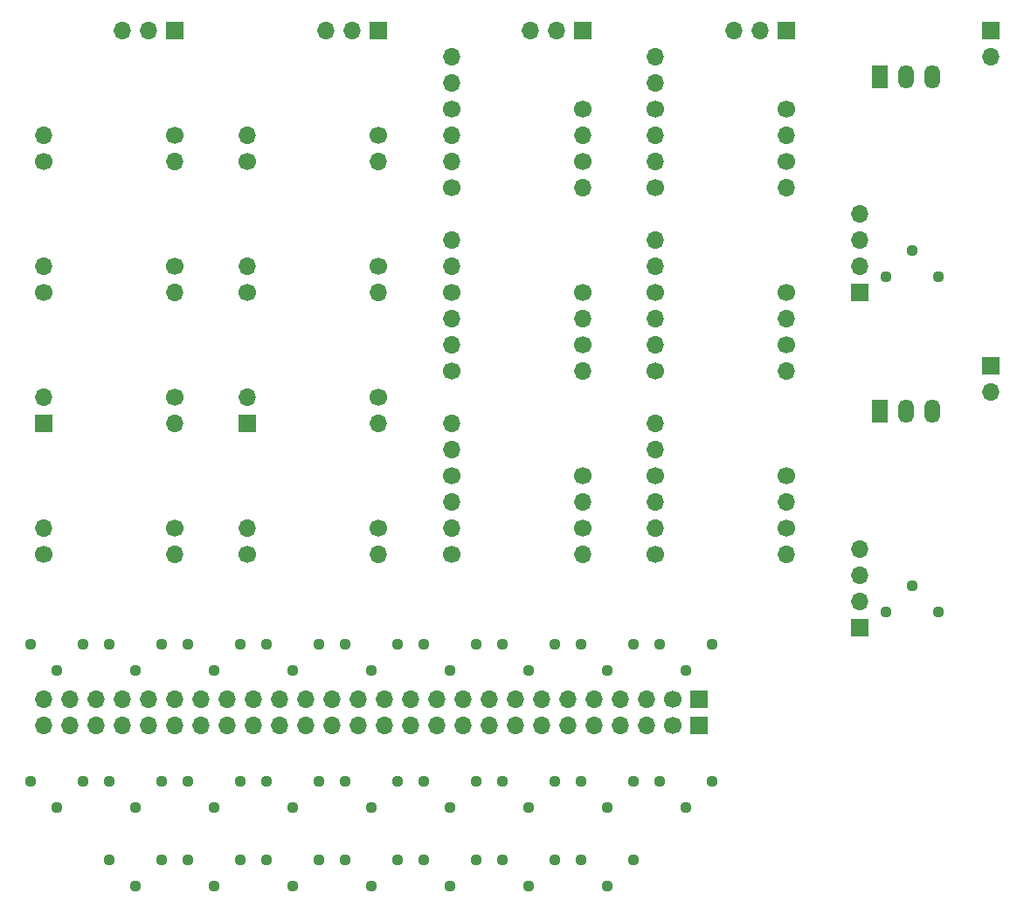
<source format=gbs>
G04 #@! TF.GenerationSoftware,KiCad,Pcbnew,(5.1.8)-1*
G04 #@! TF.CreationDate,2021-05-15T20:45:05+09:00*
G04 #@! TF.ProjectId,test,74657374-2e6b-4696-9361-645f70636258,rev?*
G04 #@! TF.SameCoordinates,PX4c80f60PY7d04650*
G04 #@! TF.FileFunction,Soldermask,Bot*
G04 #@! TF.FilePolarity,Negative*
%FSLAX46Y46*%
G04 Gerber Fmt 4.6, Leading zero omitted, Abs format (unit mm)*
G04 Created by KiCad (PCBNEW (5.1.8)-1) date 2021-05-15 20:45:05*
%MOMM*%
%LPD*%
G01*
G04 APERTURE LIST*
%ADD10C,1.120000*%
%ADD11R,1.700000X1.700000*%
%ADD12C,1.700000*%
%ADD13O,1.700000X1.700000*%
%ADD14O,1.500000X2.300000*%
%ADD15R,1.500000X2.300000*%
G04 APERTURE END LIST*
D10*
X52070000Y25045000D03*
X49530000Y22505000D03*
X46990000Y25045000D03*
X62230000Y11710000D03*
X64770000Y9170000D03*
X67310000Y11710000D03*
X36830000Y25045000D03*
X34290000Y22505000D03*
X31750000Y25045000D03*
X21590000Y25045000D03*
X19050000Y22505000D03*
X16510000Y25045000D03*
D11*
X66040000Y17145000D03*
X66040000Y19685000D03*
D12*
X63500000Y19685000D03*
D13*
X60960000Y19685000D03*
X58420000Y19685000D03*
X55880000Y19685000D03*
X53340000Y19685000D03*
X50800000Y19685000D03*
X48260000Y19685000D03*
X45720000Y19685000D03*
X43180000Y19685000D03*
X40640000Y19685000D03*
X38100000Y19685000D03*
X35560000Y19685000D03*
X33020000Y19685000D03*
X30480000Y19685000D03*
X27940000Y19685000D03*
X25400000Y19685000D03*
X22860000Y19685000D03*
X20320000Y19685000D03*
X17780000Y19685000D03*
X15240000Y19685000D03*
X12700000Y19685000D03*
X10160000Y19685000D03*
X7620000Y19685000D03*
X5080000Y19685000D03*
X2540000Y19685000D03*
D10*
X1270000Y25045000D03*
X3810000Y22505000D03*
X6350000Y25045000D03*
D13*
X2540000Y17145000D03*
X5080000Y17145000D03*
X7620000Y17145000D03*
X10160000Y17145000D03*
X12700000Y17145000D03*
X15240000Y17145000D03*
X17780000Y17145000D03*
X20320000Y17145000D03*
X22860000Y17145000D03*
X25400000Y17145000D03*
X27940000Y17145000D03*
X30480000Y17145000D03*
X33020000Y17145000D03*
X35560000Y17145000D03*
X38100000Y17145000D03*
X40640000Y17145000D03*
X43180000Y17145000D03*
X45720000Y17145000D03*
X48260000Y17145000D03*
X50800000Y17145000D03*
X53340000Y17145000D03*
X55880000Y17145000D03*
X58420000Y17145000D03*
X60960000Y17145000D03*
D12*
X63500000Y17145000D03*
D10*
X54610000Y25045000D03*
X57150000Y22505000D03*
X59690000Y25045000D03*
X39370000Y25045000D03*
X41910000Y22505000D03*
X44450000Y25045000D03*
X24130000Y25045000D03*
X26670000Y22505000D03*
X29210000Y25045000D03*
X8890000Y25045000D03*
X11430000Y22505000D03*
X13970000Y25045000D03*
X31750000Y4090000D03*
X34290000Y1550000D03*
X36830000Y4090000D03*
X29210000Y4090000D03*
X26670000Y1550000D03*
X24130000Y4090000D03*
X16510000Y11710000D03*
X19050000Y9170000D03*
X21590000Y11710000D03*
X1270000Y11710000D03*
X3810000Y9170000D03*
X6350000Y11710000D03*
X59690000Y4090000D03*
X57150000Y1550000D03*
X54610000Y4090000D03*
X13970000Y4090000D03*
X11430000Y1550000D03*
X8890000Y4090000D03*
X44450000Y11710000D03*
X41910000Y9170000D03*
X39370000Y11710000D03*
X46990000Y11710000D03*
X49530000Y9170000D03*
X52070000Y11710000D03*
X13970000Y11710000D03*
X11430000Y9170000D03*
X8890000Y11710000D03*
X46990000Y4090000D03*
X49530000Y1550000D03*
X52070000Y4090000D03*
X44450000Y4090000D03*
X41910000Y1550000D03*
X39370000Y4090000D03*
X29210000Y11710000D03*
X26670000Y9170000D03*
X24130000Y11710000D03*
X31750000Y11710000D03*
X34290000Y9170000D03*
X36830000Y11710000D03*
X59690000Y11710000D03*
X57150000Y9170000D03*
X54610000Y11710000D03*
X16510000Y4090000D03*
X19050000Y1550000D03*
X21590000Y4090000D03*
X67310000Y25045000D03*
X64770000Y22505000D03*
X62230000Y25045000D03*
D13*
X81660000Y34290000D03*
X81660000Y31750000D03*
X81660000Y29210000D03*
D11*
X81660000Y26670000D03*
D10*
X89280000Y28168000D03*
X86740000Y30708000D03*
X84200000Y28168000D03*
D14*
X88645000Y47625000D03*
X86105000Y47625000D03*
D15*
X83565000Y47625000D03*
D13*
X94360000Y49530000D03*
D11*
X94360000Y52070000D03*
D13*
X81660000Y66770000D03*
X81660000Y64230000D03*
X81660000Y61690000D03*
D11*
X81660000Y59150000D03*
D10*
X89280000Y60648000D03*
X86740000Y63188000D03*
X84200000Y60648000D03*
D14*
X88645000Y80105000D03*
X86105000Y80105000D03*
D15*
X83565000Y80105000D03*
D13*
X94360000Y82010000D03*
D11*
X94360000Y84550000D03*
D13*
X74580000Y33750000D03*
D12*
X74580000Y36290000D03*
D13*
X74580000Y51530000D03*
D12*
X74580000Y54070000D03*
D13*
X61880000Y74390000D03*
X61880000Y71850000D03*
D12*
X61880000Y69310000D03*
D13*
X61880000Y82010000D03*
X61880000Y79470000D03*
D12*
X61880000Y76930000D03*
D13*
X74580000Y74390000D03*
D12*
X74580000Y76930000D03*
D13*
X69500000Y84550000D03*
X72040000Y84550000D03*
D11*
X74580000Y84550000D03*
D12*
X74580000Y41370000D03*
D13*
X74580000Y38830000D03*
X61880000Y46450000D03*
X61880000Y43910000D03*
D12*
X61880000Y41370000D03*
X61880000Y51530000D03*
D13*
X61880000Y54070000D03*
X61880000Y56610000D03*
X74580000Y56610000D03*
D12*
X74580000Y59150000D03*
X61880000Y33750000D03*
D13*
X61880000Y36290000D03*
X61880000Y38830000D03*
D12*
X61880000Y59150000D03*
D13*
X61880000Y61690000D03*
X61880000Y64230000D03*
D12*
X74580000Y71850000D03*
D13*
X74580000Y69310000D03*
X54800000Y33750000D03*
D12*
X54800000Y36290000D03*
D13*
X54800000Y51530000D03*
D12*
X54800000Y54070000D03*
D13*
X42100000Y74390000D03*
X42100000Y71850000D03*
D12*
X42100000Y69310000D03*
D13*
X42100000Y82010000D03*
X42100000Y79470000D03*
D12*
X42100000Y76930000D03*
D13*
X54800000Y74390000D03*
D12*
X54800000Y76930000D03*
D13*
X49720000Y84550000D03*
X52260000Y84550000D03*
D11*
X54800000Y84550000D03*
D12*
X54800000Y41370000D03*
D13*
X54800000Y38830000D03*
X42100000Y46450000D03*
X42100000Y43910000D03*
D12*
X42100000Y41370000D03*
X42100000Y51530000D03*
D13*
X42100000Y54070000D03*
X42100000Y56610000D03*
X54800000Y56610000D03*
D12*
X54800000Y59150000D03*
X42100000Y33750000D03*
D13*
X42100000Y36290000D03*
X42100000Y38830000D03*
D12*
X42100000Y59150000D03*
D13*
X42100000Y61690000D03*
X42100000Y64230000D03*
D12*
X54800000Y71850000D03*
D13*
X54800000Y69310000D03*
D12*
X35020000Y74390000D03*
D13*
X35020000Y71850000D03*
D11*
X35020000Y84550000D03*
D13*
X32480000Y84550000D03*
X29940000Y84550000D03*
D12*
X35020000Y48990000D03*
D13*
X35020000Y46450000D03*
X35020000Y33750000D03*
D12*
X35020000Y36290000D03*
D11*
X22320000Y46450000D03*
D13*
X22320000Y48990000D03*
D12*
X22320000Y71850000D03*
D13*
X22320000Y74390000D03*
X22320000Y36290000D03*
D12*
X22320000Y33750000D03*
D13*
X22320000Y61690000D03*
D12*
X22320000Y59150000D03*
D13*
X35020000Y59150000D03*
D12*
X35020000Y61690000D03*
D13*
X10160000Y84550000D03*
X12700000Y84550000D03*
D11*
X15240000Y84550000D03*
D13*
X15240000Y71850000D03*
D12*
X15240000Y74390000D03*
D13*
X15240000Y46450000D03*
D12*
X15240000Y48990000D03*
X15240000Y36290000D03*
D13*
X15240000Y33750000D03*
D12*
X2540000Y33750000D03*
D13*
X2540000Y36290000D03*
X2540000Y48990000D03*
D11*
X2540000Y46450000D03*
D12*
X2540000Y59150000D03*
D13*
X2540000Y61690000D03*
D12*
X15240000Y61690000D03*
D13*
X15240000Y59150000D03*
X2540000Y74390000D03*
D12*
X2540000Y71850000D03*
M02*

</source>
